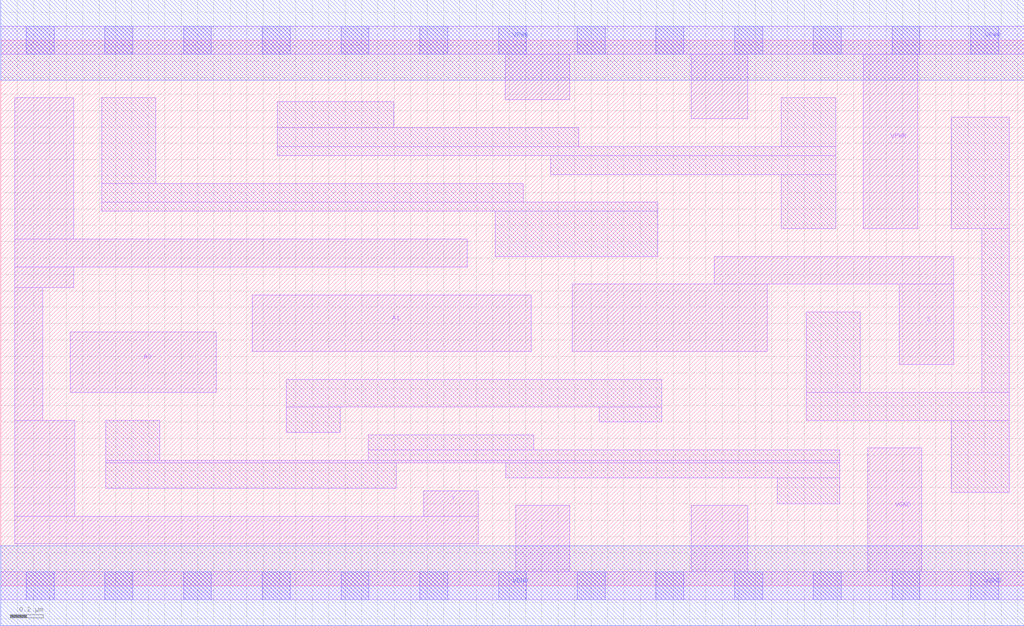
<source format=lef>
# Copyright 2020 The SkyWater PDK Authors
#
# Licensed under the Apache License, Version 2.0 (the "License");
# you may not use this file except in compliance with the License.
# You may obtain a copy of the License at
#
#     https://www.apache.org/licenses/LICENSE-2.0
#
# Unless required by applicable law or agreed to in writing, software
# distributed under the License is distributed on an "AS IS" BASIS,
# WITHOUT WARRANTIES OR CONDITIONS OF ANY KIND, either express or implied.
# See the License for the specific language governing permissions and
# limitations under the License.
#
# SPDX-License-Identifier: Apache-2.0

VERSION 5.7 ;
  NAMESCASESENSITIVE ON ;
  NOWIREEXTENSIONATPIN ON ;
  DIVIDERCHAR "/" ;
  BUSBITCHARS "[]" ;
UNITS
  DATABASE MICRONS 200 ;
END UNITS
MACRO sky130_fd_sc_hs__mux2i_2
  CLASS CORE ;
  SOURCE USER ;
  FOREIGN sky130_fd_sc_hs__mux2i_2 ;
  ORIGIN  0.000000  0.000000 ;
  SIZE  6.240000 BY  3.330000 ;
  SYMMETRY X Y ;
  SITE unit ;
  PIN A0
    ANTENNAGATEAREA  0.558000 ;
    DIRECTION INPUT ;
    USE SIGNAL ;
    PORT
      LAYER li1 ;
        RECT 0.425000 1.180000 1.315000 1.550000 ;
    END
  END A0
  PIN A1
    ANTENNAGATEAREA  0.558000 ;
    DIRECTION INPUT ;
    USE SIGNAL ;
    PORT
      LAYER li1 ;
        RECT 1.535000 1.430000 3.235000 1.775000 ;
    END
  END A1
  PIN S
    ANTENNAGATEAREA  0.804000 ;
    DIRECTION INPUT ;
    USE SIGNAL ;
    PORT
      LAYER li1 ;
        RECT 3.485000 1.430000 4.675000 1.840000 ;
        RECT 4.350000 1.840000 5.810000 2.010000 ;
        RECT 5.480000 1.350000 5.810000 1.840000 ;
    END
  END S
  PIN Y
    ANTENNADIFFAREA  2.040950 ;
    DIRECTION OUTPUT ;
    USE SIGNAL ;
    PORT
      LAYER li1 ;
        RECT 0.085000 0.255000 2.910000 0.425000 ;
        RECT 0.085000 0.425000 0.450000 1.010000 ;
        RECT 0.085000 1.010000 0.255000 1.820000 ;
        RECT 0.085000 1.820000 0.445000 1.945000 ;
        RECT 0.085000 1.945000 2.845000 2.115000 ;
        RECT 0.085000 2.115000 0.445000 2.980000 ;
        RECT 2.580000 0.425000 2.910000 0.580000 ;
    END
  END Y
  PIN VGND
    DIRECTION INOUT ;
    USE GROUND ;
    PORT
      LAYER li1 ;
        RECT 0.000000 -0.085000 6.240000 0.085000 ;
        RECT 3.140000  0.085000 3.470000 0.490000 ;
        RECT 4.210000  0.085000 4.555000 0.490000 ;
        RECT 5.285000  0.085000 5.615000 0.840000 ;
      LAYER mcon ;
        RECT 0.155000 -0.085000 0.325000 0.085000 ;
        RECT 0.635000 -0.085000 0.805000 0.085000 ;
        RECT 1.115000 -0.085000 1.285000 0.085000 ;
        RECT 1.595000 -0.085000 1.765000 0.085000 ;
        RECT 2.075000 -0.085000 2.245000 0.085000 ;
        RECT 2.555000 -0.085000 2.725000 0.085000 ;
        RECT 3.035000 -0.085000 3.205000 0.085000 ;
        RECT 3.515000 -0.085000 3.685000 0.085000 ;
        RECT 3.995000 -0.085000 4.165000 0.085000 ;
        RECT 4.475000 -0.085000 4.645000 0.085000 ;
        RECT 4.955000 -0.085000 5.125000 0.085000 ;
        RECT 5.435000 -0.085000 5.605000 0.085000 ;
        RECT 5.915000 -0.085000 6.085000 0.085000 ;
      LAYER met1 ;
        RECT 0.000000 -0.245000 6.240000 0.245000 ;
    END
  END VGND
  PIN VPWR
    DIRECTION INOUT ;
    USE POWER ;
    PORT
      LAYER li1 ;
        RECT 0.000000 3.245000 6.240000 3.415000 ;
        RECT 3.075000 2.965000 3.470000 3.245000 ;
        RECT 4.210000 2.850000 4.555000 3.245000 ;
        RECT 5.260000 2.180000 5.590000 3.245000 ;
      LAYER mcon ;
        RECT 0.155000 3.245000 0.325000 3.415000 ;
        RECT 0.635000 3.245000 0.805000 3.415000 ;
        RECT 1.115000 3.245000 1.285000 3.415000 ;
        RECT 1.595000 3.245000 1.765000 3.415000 ;
        RECT 2.075000 3.245000 2.245000 3.415000 ;
        RECT 2.555000 3.245000 2.725000 3.415000 ;
        RECT 3.035000 3.245000 3.205000 3.415000 ;
        RECT 3.515000 3.245000 3.685000 3.415000 ;
        RECT 3.995000 3.245000 4.165000 3.415000 ;
        RECT 4.475000 3.245000 4.645000 3.415000 ;
        RECT 4.955000 3.245000 5.125000 3.415000 ;
        RECT 5.435000 3.245000 5.605000 3.415000 ;
        RECT 5.915000 3.245000 6.085000 3.415000 ;
      LAYER met1 ;
        RECT 0.000000 3.085000 6.240000 3.575000 ;
    END
  END VPWR
  OBS
    LAYER li1 ;
      RECT 0.615000 2.285000 4.005000 2.340000 ;
      RECT 0.615000 2.340000 3.185000 2.455000 ;
      RECT 0.615000 2.455000 0.945000 2.980000 ;
      RECT 0.640000 0.595000 2.410000 0.750000 ;
      RECT 0.640000 0.750000 5.115000 0.765000 ;
      RECT 0.640000 0.765000 0.970000 1.010000 ;
      RECT 1.685000 2.625000 5.090000 2.680000 ;
      RECT 1.685000 2.680000 3.525000 2.795000 ;
      RECT 1.685000 2.795000 2.395000 2.955000 ;
      RECT 1.740000 0.935000 2.070000 1.090000 ;
      RECT 1.740000 1.090000 4.030000 1.260000 ;
      RECT 2.240000 0.765000 5.115000 0.830000 ;
      RECT 2.240000 0.830000 3.250000 0.920000 ;
      RECT 3.015000 2.010000 4.005000 2.285000 ;
      RECT 3.080000 0.660000 5.115000 0.750000 ;
      RECT 3.355000 2.510000 5.090000 2.625000 ;
      RECT 3.650000 1.000000 4.030000 1.090000 ;
      RECT 4.735000 0.500000 5.115000 0.660000 ;
      RECT 4.760000 2.180000 5.090000 2.510000 ;
      RECT 4.760000 2.680000 5.090000 2.980000 ;
      RECT 4.910000 1.010000 6.150000 1.180000 ;
      RECT 4.910000 1.180000 5.240000 1.670000 ;
      RECT 5.795000 0.570000 6.150000 1.010000 ;
      RECT 5.795000 2.180000 6.150000 2.860000 ;
      RECT 5.980000 1.180000 6.150000 2.180000 ;
  END
END sky130_fd_sc_hs__mux2i_2

</source>
